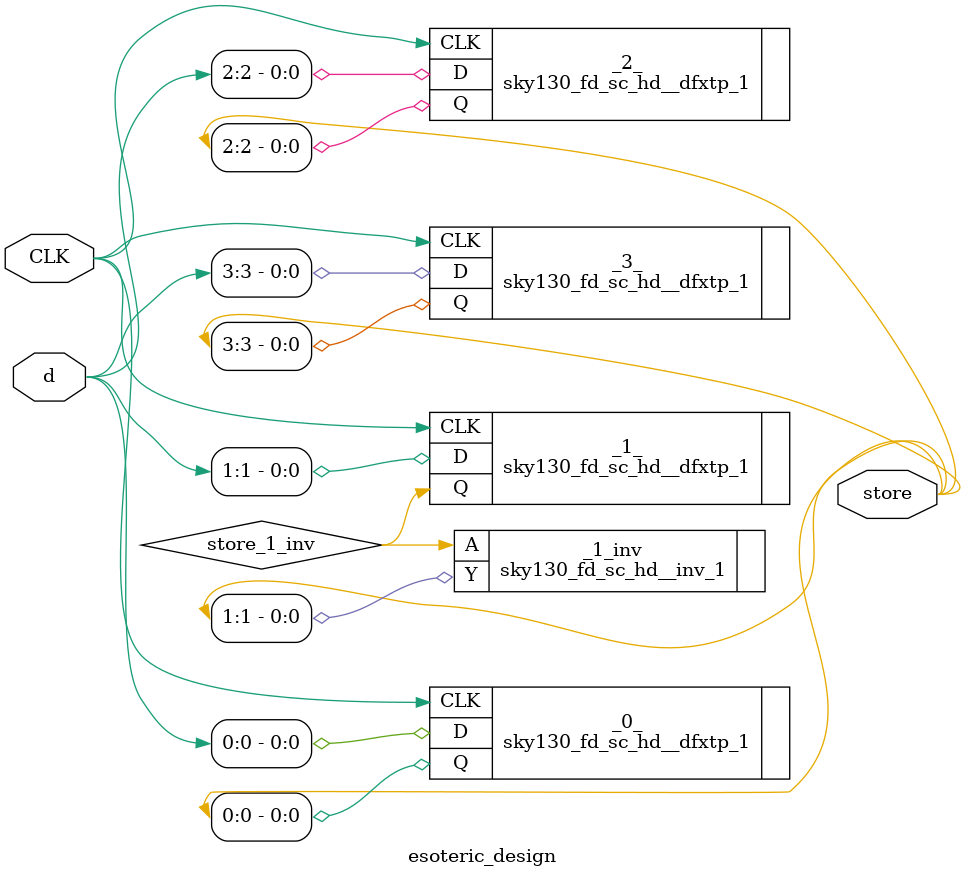
<source format=v>
module esoteric_design(
	input CLK,
	input[3:0] d,
	output[3:0] store
);
	sky130_fd_sc_hd__dfxtp_1 _0_ (
		.CLK(CLK),
		.D(d[0]),
		.Q(store[0])
	);
	
	wire store_1_inv;
	sky130_fd_sc_hd__dfxtp_1 _1_ (
		.CLK(CLK),
		.D(d[1]),
		.Q(store_1_inv)
	);
	sky130_fd_sc_hd__inv_1 _1_inv(
		.Y(store[1]),
		.A(store_1_inv)
	);

	sky130_fd_sc_hd__dfxtp_1 _2_ (
		.CLK(CLK),
		.D(d[2]),
		.Q(store[2])
	);

	sky130_fd_sc_hd__dfxtp_1 _3_ (
		.CLK(CLK),
		.D(d[3]),
		.Q(store[3])
	);
endmodule

</source>
